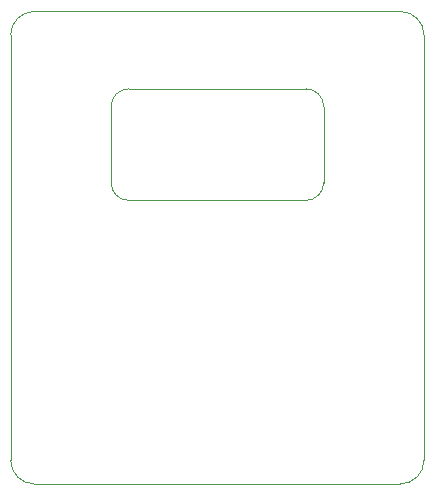
<source format=gm1>
%TF.GenerationSoftware,KiCad,Pcbnew,9.0.1*%
%TF.CreationDate,2025-12-21T16:37:51-06:00*%
%TF.ProjectId,ProtoCarrier_v1,50726f74-6f43-4617-9272-6965725f7631,rev?*%
%TF.SameCoordinates,Original*%
%TF.FileFunction,Profile,NP*%
%FSLAX46Y46*%
G04 Gerber Fmt 4.6, Leading zero omitted, Abs format (unit mm)*
G04 Created by KiCad (PCBNEW 9.0.1) date 2025-12-21 16:37:51*
%MOMM*%
%LPD*%
G01*
G04 APERTURE LIST*
%TA.AperFunction,Profile*%
%ADD10C,0.050000*%
%TD*%
G04 APERTURE END LIST*
D10*
X132500000Y-82000000D02*
G75*
G02*
X134500000Y-80000000I2000000J0D01*
G01*
X167500000Y-118000000D02*
G75*
G02*
X165500000Y-120000000I-2000000J0D01*
G01*
X165500000Y-80000000D02*
G75*
G02*
X167500000Y-82000000I0J-2000000D01*
G01*
X157500000Y-96000000D02*
X142500000Y-96000000D01*
X141000000Y-88050000D02*
G75*
G02*
X142500000Y-86550000I1500000J0D01*
G01*
X159000000Y-94500000D02*
G75*
G02*
X157500000Y-96000000I-1500000J0D01*
G01*
X159000000Y-88050000D02*
X159000000Y-94500000D01*
X142500000Y-86550000D02*
X157500000Y-86550000D01*
X142500000Y-96000000D02*
G75*
G02*
X141000000Y-94500000I0J1500000D01*
G01*
X167500000Y-82000000D02*
X167500000Y-118000000D01*
X157500000Y-86550000D02*
G75*
G02*
X159000000Y-88050000I0J-1500000D01*
G01*
X141000000Y-94500000D02*
X141000000Y-88050000D01*
X134500000Y-120000000D02*
G75*
G02*
X132500000Y-118000000I0J2000000D01*
G01*
X132500000Y-118000000D02*
X132500000Y-82000000D01*
X165500000Y-120000000D02*
X134500000Y-120000000D01*
X134500000Y-80000000D02*
X165500000Y-80000000D01*
M02*

</source>
